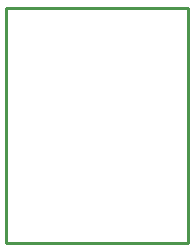
<source format=gko>
%FSLAX42Y42*%
%MOMM*%
G71*
G01*
G75*
G04 Layer_Color=16711935*
%ADD10R,0.90X0.95*%
%ADD11R,0.95X0.90*%
%ADD12R,7.00X5.00*%
%ADD13R,4.00X6.00*%
%ADD14R,5.00X5.00*%
%ADD15R,0.90X0.90*%
%ADD16R,1.25X0.90*%
%ADD17R,0.90X1.25*%
%ADD18R,0.90X0.90*%
%ADD19C,0.25*%
%ADD20R,2.50X5.00*%
%ADD21C,2.50*%
%ADD22R,1.10X1.15*%
%ADD23R,1.15X1.10*%
%ADD24R,7.20X5.20*%
%ADD25R,4.20X6.20*%
%ADD26R,5.20X5.20*%
%ADD27R,1.10X1.10*%
%ADD28R,1.45X1.10*%
%ADD29R,1.10X1.45*%
%ADD30R,1.10X1.10*%
%ADD31R,2.70X5.20*%
%ADD32C,2.70*%
D19*
X9330Y5220D02*
Y7210D01*
Y5220D02*
X10868D01*
X9330Y7210D02*
X10868D01*
X10868Y5220D02*
Y7210D01*
M02*

</source>
